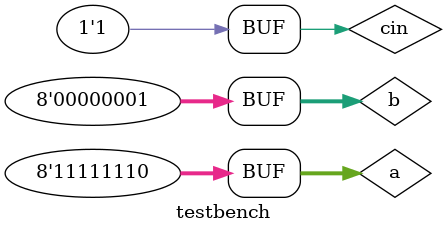
<source format=v>
module DECODER(d0,d1,d2,d3,d4,d5,d6,d7,x,y,z);
	input x,y,z;
	output d0,d1,d2,d3,d4,d5,d6,d7;
	wire x0,y0,z0;
	not n1(x0,x);
	not n2(y0,y);
	not n3(z0,z);
	and a0(d0,x0,y0,z0);
	and a1(d1,x0,y0,z);
	and a2(d2,x0,y,z0);
	and a3(d3,x0,y,z);
	and a4(d4,x,y0,z0);
	and a5(d5,x,y0,z);
	and a6(d6,x,y,z0);
	and a7(d7,x,y,z);
endmodule

module FADDER(s,c,x,y,z);
	input x,y,z;
	wire d0,d1,d2,d3,d4,d5,d6,d7;
	output s,c;
	DECODER dec(d0,d1,d2,d3,d4,d5,d6,d7,x,y,z);
	assign	s=d1|d2|d4|d7,
			c=d3|d5|d6|d7;	
endmodule

// REVERSE THE ARRAY, USE [7:0] AND [6:0] NOT [0:7], [0:6]
// RUN WITH BOTH THEN OBSERVE

module FADDER_8bit(s,cout,a,b,cin);
	input [7:0] a,b;
	input cin;
	output [7:0] s;
	output cout;
	wire [6:0] c;
	FADDER f0(s[0], c[0], a[0], b[0], cin);
	FADDER f1(s[1], c[1], a[1], b[1], c[0]);
	FADDER f2(s[2], c[2], a[2], b[2], c[1]);
	FADDER f3(s[3], c[3], a[3], b[3], c[2]);
	FADDER f4(s[4], c[4], a[4], b[4], c[3]);
	FADDER f5(s[5], c[5], a[5], b[5], c[4]);
	FADDER f6(s[6], c[6], a[6], b[6], c[5]);
	FADDER f7(s[7], cout, a[7], b[7], c[6]);
endmodule

module testbench;
	reg [7:0] a,b;
	reg cin;
	wire [7:0] s;
	wire cout;
	FADDER_8bit f(s,cout,a,b,cin);
	initial
		begin
			$monitor(,$time," a=%b | b=%b | cin=%b | s=%b | cout=%b", a, b, cin, s, cout);
		end
	initial
		begin
			#0 a=8'b00000000; b=8'b00000000; cin=1'b0;
			#4 a=8'b00000001; b=8'b00000111; cin=1'b0;
			#4 a=8'b01111111; b=8'b00000001; cin=1'b1;
			#4 a=8'b11111110; b=8'b00000001; cin=1'b1;
		end
endmodule
</source>
